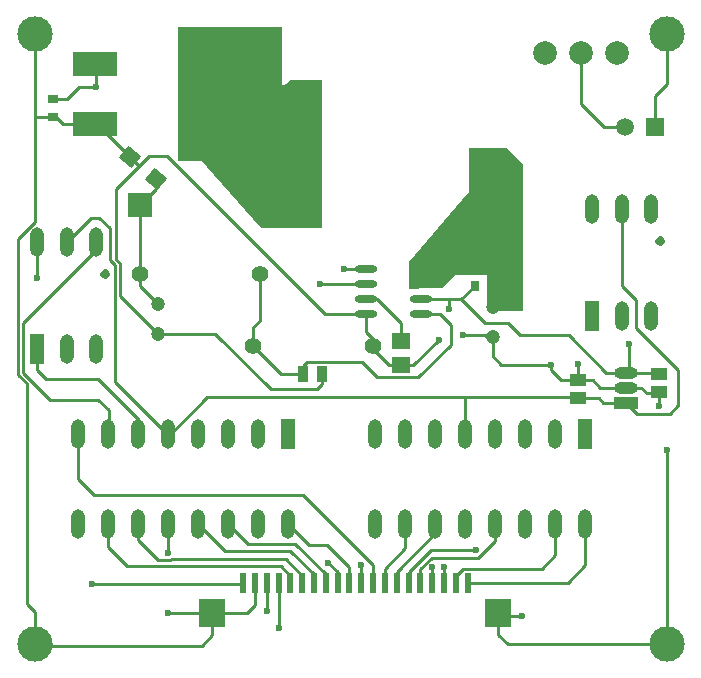
<source format=gtl>
G04*
G04 #@! TF.GenerationSoftware,Altium Limited,Altium Designer,18.1.7 (191)*
G04*
G04 Layer_Physical_Order=1*
G04 Layer_Color=255*
%FSLAX25Y25*%
%MOIN*%
G70*
G01*
G75*
%ADD13C,0.01000*%
%ADD16R,0.05512X0.04331*%
%ADD17R,0.35000X0.45000*%
%ADD18R,0.15000X0.08000*%
%ADD19R,0.11811X0.11417*%
%ADD20O,0.07480X0.02362*%
%ADD21R,0.02360X0.07100*%
%ADD22R,0.08700X0.09800*%
G04:AMPARAMS|DCode=23|XSize=51.18mil|YSize=55.12mil|CornerRadius=0mil|HoleSize=0mil|Usage=FLASHONLY|Rotation=50.000|XOffset=0mil|YOffset=0mil|HoleType=Round|Shape=Rectangle|*
%AMROTATEDRECTD23*
4,1,4,0.00466,-0.03732,-0.03756,-0.00189,-0.00466,0.03732,0.03756,0.00189,0.00466,-0.03732,0.0*
%
%ADD23ROTATEDRECTD23*%

%ADD24R,0.02756X0.03543*%
%ADD25R,0.03543X0.02756*%
%ADD26R,0.06102X0.05315*%
%ADD27R,0.03740X0.05315*%
%ADD52C,0.01500*%
%ADD53O,0.04724X0.09843*%
%ADD54R,0.04724X0.09843*%
%ADD55C,0.05512*%
%ADD56C,0.07874*%
%ADD57R,0.07874X0.07874*%
%ADD58R,0.07874X0.03937*%
%ADD59O,0.07874X0.03937*%
%ADD60C,0.11811*%
%ADD61C,0.05906*%
%ADD62R,0.05906X0.05906*%
%ADD63C,0.04724*%
%ADD64C,0.02362*%
G36*
X375000Y464500D02*
X398560Y464209D01*
X398571Y464183D01*
X399156Y463421D01*
X399180Y463397D01*
X399942Y462812D01*
X400830Y462444D01*
X401783Y462319D01*
X402736Y462444D01*
X403623Y462812D01*
X404386Y463397D01*
X404948Y464130D01*
X415500Y464000D01*
Y441500D01*
Y414575D01*
X395433D01*
X374500Y438000D01*
X374500Y464347D01*
X374962Y464538D01*
X375000Y464500D01*
D02*
G37*
G36*
X482500Y436000D02*
X482500Y407232D01*
X482500Y387000D01*
X471253D01*
X470500Y387753D01*
X470500Y399000D01*
X467634D01*
X467500Y399056D01*
X466547Y399181D01*
X465594Y399056D01*
X465460Y399000D01*
X460000D01*
X455681Y394681D01*
X448752D01*
X447799Y394556D01*
X447665Y394500D01*
X444500D01*
Y403500D01*
X464234Y426276D01*
X464733Y426250D01*
X470500Y418000D01*
Y418083D01*
X464500Y426583D01*
X464500Y441500D01*
X477000D01*
X482500Y436000D01*
D02*
G37*
D13*
X530709Y462807D02*
Y479528D01*
X526500Y458598D02*
X530709Y462807D01*
X526500Y448500D02*
Y458598D01*
X470000Y379000D02*
X471500Y377500D01*
X500500Y363965D02*
Y364000D01*
X346850Y404274D02*
X348425Y402699D01*
Y392075D02*
Y402699D01*
Y392075D02*
X361000Y379500D01*
X346850Y404274D02*
Y427559D01*
X354646Y435354D01*
X364500Y345421D02*
X377346Y358268D01*
X346500Y363421D02*
X364500Y345421D01*
X346500Y363421D02*
Y402319D01*
X344882Y403937D02*
X346500Y402319D01*
X344882Y403937D02*
Y414567D01*
X341449Y418000D02*
X344882Y414567D01*
X338567Y418000D02*
X341449D01*
X364067Y438583D02*
X416650Y386000D01*
X357874Y438583D02*
X364067D01*
X354646Y435354D02*
X357874Y438583D01*
X351500Y438500D02*
X354646Y435354D01*
X354909Y395433D02*
Y399590D01*
X360246Y427837D02*
Y431161D01*
X354909Y422500D02*
X360246Y427837D01*
X340551Y449449D02*
X351500Y438500D01*
X340039Y449449D02*
X340551D01*
X392500Y381500D02*
X395000Y384000D01*
Y399500D01*
X467717Y304724D02*
X473465Y310472D01*
X452244Y304724D02*
X467717D01*
X448425Y300906D02*
X452244Y304724D01*
X350787Y301969D02*
X401970D01*
X344252Y308504D02*
X350787Y301969D01*
X401970D02*
X405094Y298845D01*
X354252Y310709D02*
X360827Y304134D01*
X365209D01*
X365406Y304331D02*
X403548D01*
X365209Y304134D02*
X365406Y304331D01*
X403548D02*
X409033Y298846D01*
X405118Y307087D02*
X412973Y299232D01*
X383307Y307087D02*
X405118D01*
X374252Y316142D02*
X383307Y307087D01*
X406693Y309449D02*
X416913Y299229D01*
X390945Y309449D02*
X406693D01*
X384252Y316142D02*
X390945Y309449D01*
X354252Y310709D02*
Y316142D01*
X527472Y359559D02*
X527953Y360039D01*
X523846Y359559D02*
X527472D01*
X527894Y355287D02*
X527953Y355346D01*
Y360039D01*
X500500Y363965D02*
X500894D01*
X320000Y451575D02*
Y464000D01*
Y416773D02*
Y451575D01*
X320197Y451772D01*
X325984D01*
X327047D01*
X329370Y449449D01*
X340039D01*
X325984Y457677D02*
X330512D01*
X334646Y461811D01*
X340158D01*
X340039Y469449D02*
X340158Y469331D01*
Y461811D02*
Y469331D01*
X388941Y296063D02*
X389334Y296457D01*
X338976Y296063D02*
X388941D01*
X416913Y296457D02*
Y299229D01*
X320000Y276075D02*
Y286693D01*
X317165Y289528D02*
X320000Y286693D01*
X317165Y289528D02*
Y363030D01*
X319921Y275996D02*
X320000Y276075D01*
X314370Y365825D02*
X317165Y363030D01*
X314370Y365825D02*
Y411143D01*
X320000Y416773D01*
X457874Y391000D02*
X462047D01*
X448752D02*
X457874D01*
Y387795D02*
Y391000D01*
X397214Y287038D02*
X397244Y287008D01*
X397214Y287038D02*
Y296457D01*
X531547Y352807D02*
X534394Y355654D01*
X516894Y356512D02*
X520598Y352807D01*
X531547D01*
X534394Y355654D02*
Y367512D01*
X463386Y358268D02*
X498870D01*
X377346D02*
X463386D01*
X463465Y358189D01*
Y346063D02*
Y358189D01*
X401154Y281496D02*
Y296457D01*
X379114Y278933D02*
Y286457D01*
X375677Y275496D02*
X379114Y278933D01*
X320421Y275496D02*
X375677D01*
X364252Y306445D02*
Y316142D01*
Y286457D02*
X379114D01*
X334252Y331102D02*
Y346063D01*
Y331102D02*
X339764Y325590D01*
X409449D01*
X432671Y302368D01*
Y296457D02*
Y302368D01*
X417717Y303150D02*
X420853Y300013D01*
Y296457D02*
Y300013D01*
X428731Y296457D02*
Y302353D01*
X404252Y316142D02*
X411260Y309134D01*
X417244D01*
X424793Y301585D01*
Y296457D02*
Y301585D01*
X405094Y296457D02*
Y298845D01*
X409033Y296457D02*
Y298846D01*
X412973Y296457D02*
Y299232D01*
X344252Y308504D02*
Y316142D01*
X393274Y288944D02*
Y296457D01*
X390787Y286457D02*
X393274Y288944D01*
X379114Y286457D02*
X390787D01*
X443465Y307874D02*
Y316142D01*
X436611Y301021D02*
X443465Y307874D01*
X436611Y296457D02*
Y301021D01*
X453465Y312913D02*
Y316142D01*
X440551Y300000D02*
X453465Y312913D01*
X440551Y296457D02*
Y300000D01*
X451968Y307480D02*
X466929D01*
X444500Y300012D02*
X451968Y307480D01*
X444500Y296465D02*
Y300012D01*
X444491Y296457D02*
X444500Y296465D01*
X456284Y296457D02*
Y301560D01*
X452344Y296457D02*
Y301557D01*
X448425Y296478D02*
Y300906D01*
X473465Y310472D02*
Y316142D01*
X448404Y296457D02*
X448425Y296478D01*
X493465Y305669D02*
Y316142D01*
X488976Y301181D02*
X493465Y305669D01*
X462561Y301181D02*
X488976D01*
X460224Y298845D02*
X462561Y301181D01*
X460224Y296457D02*
Y298845D01*
X503465Y302284D02*
Y316142D01*
X497638Y296457D02*
X503465Y302284D01*
X464164Y296457D02*
X497638D01*
X475408Y285433D02*
X482283D01*
X474384Y286457D02*
X475408Y285433D01*
X477547Y275996D02*
X530500D01*
X474384Y279159D02*
X477547Y275996D01*
X474384Y279159D02*
Y286457D01*
X481500Y379000D02*
X497905D01*
X510394Y366512D01*
X517894D02*
Y376012D01*
X510394Y366512D02*
X516894D01*
X500894Y363965D02*
Y369512D01*
X515500Y395500D02*
X520394Y390606D01*
Y381512D02*
Y390606D01*
X498870Y358268D02*
Y358453D01*
X492000Y367406D02*
Y369000D01*
Y367406D02*
X495441Y363965D01*
X500500D01*
X374500Y315500D02*
X374672D01*
X320657Y367342D02*
Y374500D01*
Y367342D02*
X323500Y364500D01*
X340865D01*
X354500Y350865D01*
Y345421D02*
Y350865D01*
X344500Y345421D02*
Y353933D01*
X340933Y357500D02*
X344500Y353933D01*
X325000Y357500D02*
X340933D01*
X316000Y366500D02*
X325000Y357500D01*
X462730Y379000D02*
X470000D01*
X471500Y377500D02*
X472500Y378500D01*
X446063Y369063D02*
X454500Y377500D01*
X458500Y375843D02*
Y382500D01*
X434094Y364906D02*
X447562D01*
X458500Y375843D01*
X455000Y386000D02*
X458500Y382500D01*
X442000Y369063D02*
X446063D01*
X319921Y275996D02*
X320421Y275496D01*
X530500Y275996D02*
Y340760D01*
X320000Y464000D02*
X320079Y479528D01*
X520394Y381512D02*
X534394Y367512D01*
X517894Y366512D02*
X526847D01*
X516500Y361000D02*
X517500D01*
X502000Y456000D02*
Y473000D01*
Y456000D02*
X509500Y448500D01*
X516500D01*
X489500Y472500D02*
X490000Y473000D01*
X392500Y375500D02*
Y381500D01*
X442000Y376937D02*
Y383000D01*
X434000Y391000D02*
X442000Y383000D01*
X430248Y391000D02*
X434000D01*
X402000Y366000D02*
X409350D01*
X392500Y375500D02*
X402000Y366000D01*
X354909Y399590D02*
X355000Y399500D01*
X354909Y399590D02*
Y422500D01*
Y395433D02*
X361000Y389342D01*
X423000Y401000D02*
X430248D01*
X462047Y391000D02*
X466547Y395500D01*
X477500Y383000D02*
X481500Y379000D01*
X470047Y383000D02*
X477500D01*
X462047Y391000D02*
X470047Y383000D01*
X428842Y370158D02*
X434094Y364906D01*
X448752Y386000D02*
X455000D01*
X500894Y363965D02*
X505941D01*
X508394Y361512D01*
X516894D01*
X521894D02*
X523846Y359559D01*
X516894Y361512D02*
X521894D01*
X509394Y356512D02*
X516894D01*
X507846Y358059D02*
X509394Y356512D01*
X500894Y358059D02*
X507846D01*
X432500Y374500D02*
Y375500D01*
Y374500D02*
X437937Y369063D01*
X442000D01*
X415000Y396000D02*
X430248D01*
X416650Y386000D02*
X430248D01*
X432500Y375500D02*
Y377842D01*
X430248Y380095D02*
X432500Y377842D01*
X430248Y380095D02*
Y386000D01*
X361000Y379500D02*
X380000D01*
X398500Y361000D01*
X414000D01*
X415650Y362650D01*
Y366000D01*
X409350D02*
Y368850D01*
X410658Y370158D01*
X428842D01*
X316000Y366500D02*
Y383000D01*
X340342Y407342D01*
Y409933D01*
X330500D02*
X338567Y418000D01*
X320657Y398000D02*
Y409933D01*
X515500Y395500D02*
Y420933D01*
X475453Y369000D02*
X492000D01*
X472500Y371953D02*
X475453Y369000D01*
X472500Y371953D02*
Y378500D01*
D16*
X527953Y360039D02*
D03*
Y365945D02*
D03*
X500894Y358059D02*
D03*
Y363965D02*
D03*
D17*
X385039Y459449D02*
D03*
D18*
X340039Y469449D02*
D03*
Y449449D02*
D03*
D19*
X470905Y435500D02*
D03*
X409094D02*
D03*
D20*
X448752Y386000D02*
D03*
Y391000D02*
D03*
Y396000D02*
D03*
Y401000D02*
D03*
X430248Y386000D02*
D03*
Y391000D02*
D03*
Y396000D02*
D03*
Y401000D02*
D03*
D21*
X389334Y296457D02*
D03*
X393274D02*
D03*
X397214D02*
D03*
X401154D02*
D03*
X405094D02*
D03*
X448404D02*
D03*
X452344D02*
D03*
X456284D02*
D03*
X460224D02*
D03*
X464164D02*
D03*
X424793D02*
D03*
X420853D02*
D03*
X416913D02*
D03*
X412973D02*
D03*
X409033D02*
D03*
X428731D02*
D03*
X432671D02*
D03*
X436611D02*
D03*
X440551D02*
D03*
X444491D02*
D03*
D22*
X379114Y286457D02*
D03*
X474384D02*
D03*
D23*
X351500Y438500D02*
D03*
X360246Y431161D02*
D03*
D24*
X472453Y395500D02*
D03*
X466547D02*
D03*
D25*
X325984Y457677D02*
D03*
Y451772D02*
D03*
D26*
X442000Y376937D02*
D03*
Y369063D02*
D03*
D27*
X409350Y366000D02*
D03*
X415650D02*
D03*
D52*
X343865Y399500D02*
X343158Y400207D01*
X342450Y399500D01*
X343158Y398793D01*
X343865Y399500D01*
X528865Y410500D02*
X528158Y411207D01*
X527450Y410500D01*
X528158Y409793D01*
X528865Y410500D01*
D53*
X433465Y316142D02*
D03*
X443465D02*
D03*
X453465D02*
D03*
X463465D02*
D03*
X473465D02*
D03*
X483465D02*
D03*
X493465D02*
D03*
X503465D02*
D03*
X433465Y346063D02*
D03*
X443465D02*
D03*
X453465D02*
D03*
X463465D02*
D03*
X473465D02*
D03*
X483465D02*
D03*
X493465D02*
D03*
X334252Y316142D02*
D03*
X344252D02*
D03*
X354252D02*
D03*
X364252D02*
D03*
X374252D02*
D03*
X384252D02*
D03*
X394252D02*
D03*
X404252D02*
D03*
X334252Y346063D02*
D03*
X344252D02*
D03*
X354252D02*
D03*
X364252D02*
D03*
X374252D02*
D03*
X384252D02*
D03*
X394252D02*
D03*
X340342Y409933D02*
D03*
X330500D02*
D03*
X320657D02*
D03*
X330500Y374500D02*
D03*
X340342D02*
D03*
X525343Y385500D02*
D03*
X515500D02*
D03*
X505657Y420933D02*
D03*
X515500D02*
D03*
X525343D02*
D03*
D54*
X503465Y346063D02*
D03*
X404252D02*
D03*
X320657Y374500D02*
D03*
X505657Y385500D02*
D03*
D55*
X432500Y375500D02*
D03*
X392500D02*
D03*
X395000Y399500D02*
D03*
X355000D02*
D03*
D56*
X396091Y422500D02*
D03*
X490000Y473000D02*
D03*
X502000D02*
D03*
X514000D02*
D03*
D57*
X354909Y422500D02*
D03*
D58*
X516894Y356512D02*
D03*
D59*
Y361512D02*
D03*
Y366512D02*
D03*
D60*
X530500Y275996D02*
D03*
X530709Y479528D02*
D03*
X319921Y275996D02*
D03*
X320079Y479528D02*
D03*
D61*
X516500Y448500D02*
D03*
D62*
X526500D02*
D03*
D63*
X361000Y389342D02*
D03*
Y379500D02*
D03*
X472500Y378500D02*
D03*
Y388342D02*
D03*
D64*
X340158Y461811D02*
D03*
X338976Y296063D02*
D03*
X457874Y387795D02*
D03*
X397244Y287008D02*
D03*
X527894Y355287D02*
D03*
X530500Y340760D02*
D03*
X401154Y281496D02*
D03*
X364252Y306445D02*
D03*
Y286457D02*
D03*
X417717Y303150D02*
D03*
X428731Y302353D02*
D03*
X466929Y307480D02*
D03*
X456284Y301560D02*
D03*
X452344Y301557D02*
D03*
X482283Y285433D02*
D03*
X462730Y379000D02*
D03*
X454500Y377500D02*
D03*
X517894Y376012D02*
D03*
X456000Y401000D02*
D03*
X423000D02*
D03*
X415000Y396000D02*
D03*
X320657Y398000D02*
D03*
X492000Y369000D02*
D03*
X500894Y369512D02*
D03*
M02*

</source>
